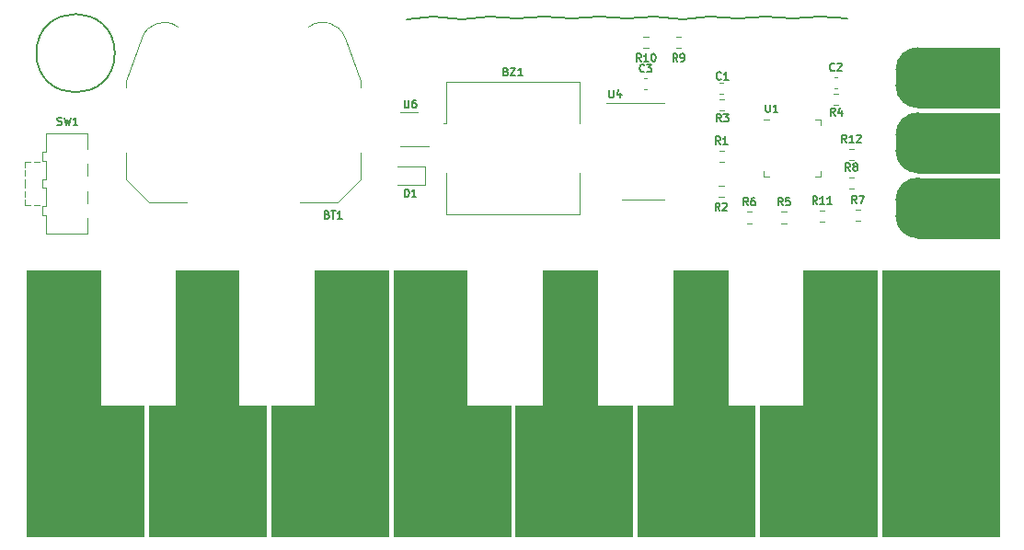
<source format=gbr>
%TF.GenerationSoftware,KiCad,Pcbnew,(5.99.0-10155-gdd944794ea)*%
%TF.CreationDate,2021-04-17T22:56:48+01:00*%
%TF.ProjectId,minor-cap,6d696e6f-722d-4636-9170-2e6b69636164,rev?*%
%TF.SameCoordinates,Original*%
%TF.FileFunction,Legend,Top*%
%TF.FilePolarity,Positive*%
%FSLAX46Y46*%
G04 Gerber Fmt 4.6, Leading zero omitted, Abs format (unit mm)*
G04 Created by KiCad (PCBNEW (5.99.0-10155-gdd944794ea)) date 2021-04-17 22:56:48*
%MOMM*%
%LPD*%
G01*
G04 APERTURE LIST*
%ADD10C,0.150000*%
%ADD11C,0.120000*%
%ADD12C,2.060000*%
G04 APERTURE END LIST*
D10*
X111805551Y-90600000D02*
G75*
G03*
X111805551Y-90600000I-3605551J0D01*
G01*
X176750000Y-87200000D02*
X179250000Y-87400000D01*
X174150000Y-87400000D02*
X176750000Y-87200000D01*
X171650000Y-87200000D02*
X174150000Y-87400000D01*
X169150000Y-87400000D02*
X171650000Y-87200000D01*
X166550000Y-87200000D02*
X169150000Y-87400000D01*
X164050000Y-87500000D02*
X166550000Y-87200000D01*
X161450000Y-87200000D02*
X164050000Y-87500000D01*
X158950000Y-87400000D02*
X161450000Y-87200000D01*
X156450000Y-87200000D02*
X158950000Y-87400000D01*
X153850000Y-87400000D02*
X156450000Y-87200000D01*
X151350000Y-87200000D02*
X153850000Y-87400000D01*
X148750000Y-87400000D02*
X151350000Y-87200000D01*
X146250000Y-87200000D02*
X148750000Y-87400000D01*
X143750000Y-87500000D02*
X146250000Y-87200000D01*
X141150000Y-87200000D02*
X143750000Y-87500000D01*
X138650000Y-87500000D02*
X141150000Y-87200000D01*
%TO.C,D1*%
X138483333Y-103816666D02*
X138483333Y-103116666D01*
X138650000Y-103116666D01*
X138750000Y-103150000D01*
X138816666Y-103216666D01*
X138850000Y-103283333D01*
X138883333Y-103416666D01*
X138883333Y-103516666D01*
X138850000Y-103650000D01*
X138816666Y-103716666D01*
X138750000Y-103783333D01*
X138650000Y-103816666D01*
X138483333Y-103816666D01*
X139550000Y-103816666D02*
X139150000Y-103816666D01*
X139350000Y-103816666D02*
X139350000Y-103116666D01*
X139283333Y-103216666D01*
X139216666Y-103283333D01*
X139150000Y-103316666D01*
%TO.C,R12*%
X179150000Y-98816666D02*
X178916666Y-98483333D01*
X178750000Y-98816666D02*
X178750000Y-98116666D01*
X179016666Y-98116666D01*
X179083333Y-98150000D01*
X179116666Y-98183333D01*
X179150000Y-98250000D01*
X179150000Y-98350000D01*
X179116666Y-98416666D01*
X179083333Y-98450000D01*
X179016666Y-98483333D01*
X178750000Y-98483333D01*
X179816666Y-98816666D02*
X179416666Y-98816666D01*
X179616666Y-98816666D02*
X179616666Y-98116666D01*
X179550000Y-98216666D01*
X179483333Y-98283333D01*
X179416666Y-98316666D01*
X180083333Y-98183333D02*
X180116666Y-98150000D01*
X180183333Y-98116666D01*
X180350000Y-98116666D01*
X180416666Y-98150000D01*
X180450000Y-98183333D01*
X180483333Y-98250000D01*
X180483333Y-98316666D01*
X180450000Y-98416666D01*
X180050000Y-98816666D01*
X180483333Y-98816666D01*
%TO.C,R11*%
X176450000Y-104466666D02*
X176216666Y-104133333D01*
X176050000Y-104466666D02*
X176050000Y-103766666D01*
X176316666Y-103766666D01*
X176383333Y-103800000D01*
X176416666Y-103833333D01*
X176450000Y-103900000D01*
X176450000Y-104000000D01*
X176416666Y-104066666D01*
X176383333Y-104100000D01*
X176316666Y-104133333D01*
X176050000Y-104133333D01*
X177116666Y-104466666D02*
X176716666Y-104466666D01*
X176916666Y-104466666D02*
X176916666Y-103766666D01*
X176850000Y-103866666D01*
X176783333Y-103933333D01*
X176716666Y-103966666D01*
X177783333Y-104466666D02*
X177383333Y-104466666D01*
X177583333Y-104466666D02*
X177583333Y-103766666D01*
X177516666Y-103866666D01*
X177450000Y-103933333D01*
X177383333Y-103966666D01*
%TO.C,R10*%
X160250000Y-91346666D02*
X160016666Y-91013333D01*
X159850000Y-91346666D02*
X159850000Y-90646666D01*
X160116666Y-90646666D01*
X160183333Y-90680000D01*
X160216666Y-90713333D01*
X160250000Y-90780000D01*
X160250000Y-90880000D01*
X160216666Y-90946666D01*
X160183333Y-90980000D01*
X160116666Y-91013333D01*
X159850000Y-91013333D01*
X160916666Y-91346666D02*
X160516666Y-91346666D01*
X160716666Y-91346666D02*
X160716666Y-90646666D01*
X160650000Y-90746666D01*
X160583333Y-90813333D01*
X160516666Y-90846666D01*
X161350000Y-90646666D02*
X161416666Y-90646666D01*
X161483333Y-90680000D01*
X161516666Y-90713333D01*
X161550000Y-90780000D01*
X161583333Y-90913333D01*
X161583333Y-91080000D01*
X161550000Y-91213333D01*
X161516666Y-91280000D01*
X161483333Y-91313333D01*
X161416666Y-91346666D01*
X161350000Y-91346666D01*
X161283333Y-91313333D01*
X161250000Y-91280000D01*
X161216666Y-91213333D01*
X161183333Y-91080000D01*
X161183333Y-90913333D01*
X161216666Y-90780000D01*
X161250000Y-90713333D01*
X161283333Y-90680000D01*
X161350000Y-90646666D01*
%TO.C,R9*%
X163583333Y-91346666D02*
X163350000Y-91013333D01*
X163183333Y-91346666D02*
X163183333Y-90646666D01*
X163450000Y-90646666D01*
X163516666Y-90680000D01*
X163550000Y-90713333D01*
X163583333Y-90780000D01*
X163583333Y-90880000D01*
X163550000Y-90946666D01*
X163516666Y-90980000D01*
X163450000Y-91013333D01*
X163183333Y-91013333D01*
X163916666Y-91346666D02*
X164050000Y-91346666D01*
X164116666Y-91313333D01*
X164150000Y-91280000D01*
X164216666Y-91180000D01*
X164250000Y-91046666D01*
X164250000Y-90780000D01*
X164216666Y-90713333D01*
X164183333Y-90680000D01*
X164116666Y-90646666D01*
X163983333Y-90646666D01*
X163916666Y-90680000D01*
X163883333Y-90713333D01*
X163850000Y-90780000D01*
X163850000Y-90946666D01*
X163883333Y-91013333D01*
X163916666Y-91046666D01*
X163983333Y-91080000D01*
X164116666Y-91080000D01*
X164183333Y-91046666D01*
X164216666Y-91013333D01*
X164250000Y-90946666D01*
%TO.C,R8*%
X179483333Y-101416666D02*
X179250000Y-101083333D01*
X179083333Y-101416666D02*
X179083333Y-100716666D01*
X179350000Y-100716666D01*
X179416666Y-100750000D01*
X179450000Y-100783333D01*
X179483333Y-100850000D01*
X179483333Y-100950000D01*
X179450000Y-101016666D01*
X179416666Y-101050000D01*
X179350000Y-101083333D01*
X179083333Y-101083333D01*
X179883333Y-101016666D02*
X179816666Y-100983333D01*
X179783333Y-100950000D01*
X179750000Y-100883333D01*
X179750000Y-100850000D01*
X179783333Y-100783333D01*
X179816666Y-100750000D01*
X179883333Y-100716666D01*
X180016666Y-100716666D01*
X180083333Y-100750000D01*
X180116666Y-100783333D01*
X180150000Y-100850000D01*
X180150000Y-100883333D01*
X180116666Y-100950000D01*
X180083333Y-100983333D01*
X180016666Y-101016666D01*
X179883333Y-101016666D01*
X179816666Y-101050000D01*
X179783333Y-101083333D01*
X179750000Y-101150000D01*
X179750000Y-101283333D01*
X179783333Y-101350000D01*
X179816666Y-101383333D01*
X179883333Y-101416666D01*
X180016666Y-101416666D01*
X180083333Y-101383333D01*
X180116666Y-101350000D01*
X180150000Y-101283333D01*
X180150000Y-101150000D01*
X180116666Y-101083333D01*
X180083333Y-101050000D01*
X180016666Y-101016666D01*
%TO.C,R7*%
X180083333Y-104416666D02*
X179850000Y-104083333D01*
X179683333Y-104416666D02*
X179683333Y-103716666D01*
X179950000Y-103716666D01*
X180016666Y-103750000D01*
X180050000Y-103783333D01*
X180083333Y-103850000D01*
X180083333Y-103950000D01*
X180050000Y-104016666D01*
X180016666Y-104050000D01*
X179950000Y-104083333D01*
X179683333Y-104083333D01*
X180316666Y-103716666D02*
X180783333Y-103716666D01*
X180483333Y-104416666D01*
%TO.C,R6*%
X170083333Y-104616666D02*
X169850000Y-104283333D01*
X169683333Y-104616666D02*
X169683333Y-103916666D01*
X169950000Y-103916666D01*
X170016666Y-103950000D01*
X170050000Y-103983333D01*
X170083333Y-104050000D01*
X170083333Y-104150000D01*
X170050000Y-104216666D01*
X170016666Y-104250000D01*
X169950000Y-104283333D01*
X169683333Y-104283333D01*
X170683333Y-103916666D02*
X170550000Y-103916666D01*
X170483333Y-103950000D01*
X170450000Y-103983333D01*
X170383333Y-104083333D01*
X170350000Y-104216666D01*
X170350000Y-104483333D01*
X170383333Y-104550000D01*
X170416666Y-104583333D01*
X170483333Y-104616666D01*
X170616666Y-104616666D01*
X170683333Y-104583333D01*
X170716666Y-104550000D01*
X170750000Y-104483333D01*
X170750000Y-104316666D01*
X170716666Y-104250000D01*
X170683333Y-104216666D01*
X170616666Y-104183333D01*
X170483333Y-104183333D01*
X170416666Y-104216666D01*
X170383333Y-104250000D01*
X170350000Y-104316666D01*
%TO.C,R5*%
X173283333Y-104616666D02*
X173050000Y-104283333D01*
X172883333Y-104616666D02*
X172883333Y-103916666D01*
X173150000Y-103916666D01*
X173216666Y-103950000D01*
X173250000Y-103983333D01*
X173283333Y-104050000D01*
X173283333Y-104150000D01*
X173250000Y-104216666D01*
X173216666Y-104250000D01*
X173150000Y-104283333D01*
X172883333Y-104283333D01*
X173916666Y-103916666D02*
X173583333Y-103916666D01*
X173550000Y-104250000D01*
X173583333Y-104216666D01*
X173650000Y-104183333D01*
X173816666Y-104183333D01*
X173883333Y-104216666D01*
X173916666Y-104250000D01*
X173950000Y-104316666D01*
X173950000Y-104483333D01*
X173916666Y-104550000D01*
X173883333Y-104583333D01*
X173816666Y-104616666D01*
X173650000Y-104616666D01*
X173583333Y-104583333D01*
X173550000Y-104550000D01*
%TO.C,R4*%
X178083333Y-96356666D02*
X177850000Y-96023333D01*
X177683333Y-96356666D02*
X177683333Y-95656666D01*
X177950000Y-95656666D01*
X178016666Y-95690000D01*
X178050000Y-95723333D01*
X178083333Y-95790000D01*
X178083333Y-95890000D01*
X178050000Y-95956666D01*
X178016666Y-95990000D01*
X177950000Y-96023333D01*
X177683333Y-96023333D01*
X178683333Y-95890000D02*
X178683333Y-96356666D01*
X178516666Y-95623333D02*
X178350000Y-96123333D01*
X178783333Y-96123333D01*
%TO.C,R3*%
X167593333Y-96916666D02*
X167360000Y-96583333D01*
X167193333Y-96916666D02*
X167193333Y-96216666D01*
X167460000Y-96216666D01*
X167526666Y-96250000D01*
X167560000Y-96283333D01*
X167593333Y-96350000D01*
X167593333Y-96450000D01*
X167560000Y-96516666D01*
X167526666Y-96550000D01*
X167460000Y-96583333D01*
X167193333Y-96583333D01*
X167826666Y-96216666D02*
X168260000Y-96216666D01*
X168026666Y-96483333D01*
X168126666Y-96483333D01*
X168193333Y-96516666D01*
X168226666Y-96550000D01*
X168260000Y-96616666D01*
X168260000Y-96783333D01*
X168226666Y-96850000D01*
X168193333Y-96883333D01*
X168126666Y-96916666D01*
X167926666Y-96916666D01*
X167860000Y-96883333D01*
X167826666Y-96850000D01*
%TO.C,R2*%
X167483333Y-105076666D02*
X167250000Y-104743333D01*
X167083333Y-105076666D02*
X167083333Y-104376666D01*
X167350000Y-104376666D01*
X167416666Y-104410000D01*
X167450000Y-104443333D01*
X167483333Y-104510000D01*
X167483333Y-104610000D01*
X167450000Y-104676666D01*
X167416666Y-104710000D01*
X167350000Y-104743333D01*
X167083333Y-104743333D01*
X167750000Y-104443333D02*
X167783333Y-104410000D01*
X167850000Y-104376666D01*
X168016666Y-104376666D01*
X168083333Y-104410000D01*
X168116666Y-104443333D01*
X168150000Y-104510000D01*
X168150000Y-104576666D01*
X168116666Y-104676666D01*
X167716666Y-105076666D01*
X168150000Y-105076666D01*
%TO.C,R1*%
X167533333Y-98966666D02*
X167300000Y-98633333D01*
X167133333Y-98966666D02*
X167133333Y-98266666D01*
X167400000Y-98266666D01*
X167466666Y-98300000D01*
X167500000Y-98333333D01*
X167533333Y-98400000D01*
X167533333Y-98500000D01*
X167500000Y-98566666D01*
X167466666Y-98600000D01*
X167400000Y-98633333D01*
X167133333Y-98633333D01*
X168200000Y-98966666D02*
X167800000Y-98966666D01*
X168000000Y-98966666D02*
X168000000Y-98266666D01*
X167933333Y-98366666D01*
X167866666Y-98433333D01*
X167800000Y-98466666D01*
%TO.C,C3*%
X160533333Y-92270000D02*
X160500000Y-92303333D01*
X160400000Y-92336666D01*
X160333333Y-92336666D01*
X160233333Y-92303333D01*
X160166666Y-92236666D01*
X160133333Y-92170000D01*
X160100000Y-92036666D01*
X160100000Y-91936666D01*
X160133333Y-91803333D01*
X160166666Y-91736666D01*
X160233333Y-91670000D01*
X160333333Y-91636666D01*
X160400000Y-91636666D01*
X160500000Y-91670000D01*
X160533333Y-91703333D01*
X160766666Y-91636666D02*
X161200000Y-91636666D01*
X160966666Y-91903333D01*
X161066666Y-91903333D01*
X161133333Y-91936666D01*
X161166666Y-91970000D01*
X161200000Y-92036666D01*
X161200000Y-92203333D01*
X161166666Y-92270000D01*
X161133333Y-92303333D01*
X161066666Y-92336666D01*
X160866666Y-92336666D01*
X160800000Y-92303333D01*
X160766666Y-92270000D01*
%TO.C,C2*%
X178033333Y-92150000D02*
X178000000Y-92183333D01*
X177900000Y-92216666D01*
X177833333Y-92216666D01*
X177733333Y-92183333D01*
X177666666Y-92116666D01*
X177633333Y-92050000D01*
X177600000Y-91916666D01*
X177600000Y-91816666D01*
X177633333Y-91683333D01*
X177666666Y-91616666D01*
X177733333Y-91550000D01*
X177833333Y-91516666D01*
X177900000Y-91516666D01*
X178000000Y-91550000D01*
X178033333Y-91583333D01*
X178300000Y-91583333D02*
X178333333Y-91550000D01*
X178400000Y-91516666D01*
X178566666Y-91516666D01*
X178633333Y-91550000D01*
X178666666Y-91583333D01*
X178700000Y-91650000D01*
X178700000Y-91716666D01*
X178666666Y-91816666D01*
X178266666Y-92216666D01*
X178700000Y-92216666D01*
%TO.C,C1*%
X167603333Y-92970000D02*
X167570000Y-93003333D01*
X167470000Y-93036666D01*
X167403333Y-93036666D01*
X167303333Y-93003333D01*
X167236666Y-92936666D01*
X167203333Y-92870000D01*
X167170000Y-92736666D01*
X167170000Y-92636666D01*
X167203333Y-92503333D01*
X167236666Y-92436666D01*
X167303333Y-92370000D01*
X167403333Y-92336666D01*
X167470000Y-92336666D01*
X167570000Y-92370000D01*
X167603333Y-92403333D01*
X168270000Y-93036666D02*
X167870000Y-93036666D01*
X168070000Y-93036666D02*
X168070000Y-92336666D01*
X168003333Y-92436666D01*
X167936666Y-92503333D01*
X167870000Y-92536666D01*
%TO.C,BZ1*%
X147833333Y-92300000D02*
X147933333Y-92333333D01*
X147966666Y-92366666D01*
X148000000Y-92433333D01*
X148000000Y-92533333D01*
X147966666Y-92600000D01*
X147933333Y-92633333D01*
X147866666Y-92666666D01*
X147600000Y-92666666D01*
X147600000Y-91966666D01*
X147833333Y-91966666D01*
X147900000Y-92000000D01*
X147933333Y-92033333D01*
X147966666Y-92100000D01*
X147966666Y-92166666D01*
X147933333Y-92233333D01*
X147900000Y-92266666D01*
X147833333Y-92300000D01*
X147600000Y-92300000D01*
X148233333Y-91966666D02*
X148700000Y-91966666D01*
X148233333Y-92666666D01*
X148700000Y-92666666D01*
X149333333Y-92666666D02*
X148933333Y-92666666D01*
X149133333Y-92666666D02*
X149133333Y-91966666D01*
X149066666Y-92066666D01*
X149000000Y-92133333D01*
X148933333Y-92166666D01*
%TO.C,U6*%
X138466666Y-94916666D02*
X138466666Y-95483333D01*
X138500000Y-95550000D01*
X138533333Y-95583333D01*
X138600000Y-95616666D01*
X138733333Y-95616666D01*
X138800000Y-95583333D01*
X138833333Y-95550000D01*
X138866666Y-95483333D01*
X138866666Y-94916666D01*
X139500000Y-94916666D02*
X139366666Y-94916666D01*
X139300000Y-94950000D01*
X139266666Y-94983333D01*
X139200000Y-95083333D01*
X139166666Y-95216666D01*
X139166666Y-95483333D01*
X139200000Y-95550000D01*
X139233333Y-95583333D01*
X139300000Y-95616666D01*
X139433333Y-95616666D01*
X139500000Y-95583333D01*
X139533333Y-95550000D01*
X139566666Y-95483333D01*
X139566666Y-95316666D01*
X139533333Y-95250000D01*
X139500000Y-95216666D01*
X139433333Y-95183333D01*
X139300000Y-95183333D01*
X139233333Y-95216666D01*
X139200000Y-95250000D01*
X139166666Y-95316666D01*
%TO.C,U4*%
X157316666Y-93986666D02*
X157316666Y-94553333D01*
X157350000Y-94620000D01*
X157383333Y-94653333D01*
X157450000Y-94686666D01*
X157583333Y-94686666D01*
X157650000Y-94653333D01*
X157683333Y-94620000D01*
X157716666Y-94553333D01*
X157716666Y-93986666D01*
X158350000Y-94220000D02*
X158350000Y-94686666D01*
X158183333Y-93953333D02*
X158016666Y-94453333D01*
X158450000Y-94453333D01*
%TO.C,U1*%
X171716666Y-95316666D02*
X171716666Y-95883333D01*
X171750000Y-95950000D01*
X171783333Y-95983333D01*
X171850000Y-96016666D01*
X171983333Y-96016666D01*
X172050000Y-95983333D01*
X172083333Y-95950000D01*
X172116666Y-95883333D01*
X172116666Y-95316666D01*
X172816666Y-96016666D02*
X172416666Y-96016666D01*
X172616666Y-96016666D02*
X172616666Y-95316666D01*
X172550000Y-95416666D01*
X172483333Y-95483333D01*
X172416666Y-95516666D01*
%TO.C,SW1*%
X106516666Y-97183333D02*
X106616666Y-97216666D01*
X106783333Y-97216666D01*
X106850000Y-97183333D01*
X106883333Y-97150000D01*
X106916666Y-97083333D01*
X106916666Y-97016666D01*
X106883333Y-96950000D01*
X106850000Y-96916666D01*
X106783333Y-96883333D01*
X106650000Y-96850000D01*
X106583333Y-96816666D01*
X106550000Y-96783333D01*
X106516666Y-96716666D01*
X106516666Y-96650000D01*
X106550000Y-96583333D01*
X106583333Y-96550000D01*
X106650000Y-96516666D01*
X106816666Y-96516666D01*
X106916666Y-96550000D01*
X107150000Y-96516666D02*
X107316666Y-97216666D01*
X107450000Y-96716666D01*
X107583333Y-97216666D01*
X107750000Y-96516666D01*
X108383333Y-97216666D02*
X107983333Y-97216666D01*
X108183333Y-97216666D02*
X108183333Y-96516666D01*
X108116666Y-96616666D01*
X108050000Y-96683333D01*
X107983333Y-96716666D01*
%TO.C,BT1*%
X131350000Y-105450000D02*
X131450000Y-105483333D01*
X131483333Y-105516666D01*
X131516666Y-105583333D01*
X131516666Y-105683333D01*
X131483333Y-105750000D01*
X131450000Y-105783333D01*
X131383333Y-105816666D01*
X131116666Y-105816666D01*
X131116666Y-105116666D01*
X131350000Y-105116666D01*
X131416666Y-105150000D01*
X131450000Y-105183333D01*
X131483333Y-105250000D01*
X131483333Y-105316666D01*
X131450000Y-105383333D01*
X131416666Y-105416666D01*
X131350000Y-105450000D01*
X131116666Y-105450000D01*
X131716666Y-105116666D02*
X132116666Y-105116666D01*
X131916666Y-105816666D02*
X131916666Y-105116666D01*
X132716666Y-105816666D02*
X132316666Y-105816666D01*
X132516666Y-105816666D02*
X132516666Y-105116666D01*
X132450000Y-105216666D01*
X132383333Y-105283333D01*
X132316666Y-105316666D01*
D11*
%TO.C,U2*%
X123200000Y-123070000D02*
X125700000Y-123070000D01*
X125700000Y-123070000D02*
X125700000Y-135070000D01*
X125700000Y-135070000D02*
X114950000Y-135070000D01*
X114950000Y-135070000D02*
X114950000Y-123070000D01*
X114950000Y-123070000D02*
X117450000Y-123070000D01*
X117450000Y-123070000D02*
X117450000Y-110570000D01*
X117450000Y-110570000D02*
X123200000Y-110570000D01*
X123200000Y-110570000D02*
X123200000Y-123070000D01*
G36*
X123200000Y-123070000D02*
G01*
X125700000Y-123070000D01*
X125700000Y-135070000D01*
X114950000Y-135070000D01*
X114950000Y-123070000D01*
X117450000Y-123070000D01*
X117450000Y-110570000D01*
X123200000Y-110570000D01*
X123200000Y-123070000D01*
G37*
X123200000Y-123070000D02*
X125700000Y-123070000D01*
X125700000Y-135070000D01*
X114950000Y-135070000D01*
X114950000Y-123070000D01*
X117450000Y-123070000D01*
X117450000Y-110570000D01*
X123200000Y-110570000D01*
X123200000Y-123070000D01*
X144200000Y-123070000D02*
X148200000Y-123070000D01*
X148200000Y-123070000D02*
X148200000Y-135070000D01*
X148200000Y-135070000D02*
X137450000Y-135070000D01*
X137450000Y-135070000D02*
X137450000Y-110570000D01*
X137450000Y-110570000D02*
X144200000Y-110570000D01*
X144200000Y-110570000D02*
X144200000Y-123070000D01*
G36*
X144200000Y-123070000D02*
G01*
X148200000Y-123070000D01*
X148200000Y-135070000D01*
X137450000Y-135070000D01*
X137450000Y-110570000D01*
X144200000Y-110570000D01*
X144200000Y-123070000D01*
G37*
X144200000Y-123070000D02*
X148200000Y-123070000D01*
X148200000Y-135070000D01*
X137450000Y-135070000D01*
X137450000Y-110570000D01*
X144200000Y-110570000D01*
X144200000Y-123070000D01*
X193200000Y-135070000D02*
X182450000Y-135070000D01*
X182450000Y-135070000D02*
X182450000Y-110570000D01*
X182450000Y-110570000D02*
X193200000Y-110570000D01*
X193200000Y-110570000D02*
X193200000Y-135070000D01*
G36*
X193200000Y-135070000D02*
G01*
X182450000Y-135070000D01*
X182450000Y-110570000D01*
X193200000Y-110570000D01*
X193200000Y-135070000D01*
G37*
X193200000Y-135070000D02*
X182450000Y-135070000D01*
X182450000Y-110570000D01*
X193200000Y-110570000D01*
X193200000Y-135070000D01*
X156200000Y-123070000D02*
X159450000Y-123070000D01*
X159450000Y-123070000D02*
X159450000Y-135070000D01*
X159450000Y-135070000D02*
X148700000Y-135070000D01*
X148700000Y-135070000D02*
X148700000Y-123070000D01*
X148700000Y-123070000D02*
X151200000Y-123070000D01*
X151200000Y-123070000D02*
X151200000Y-110570000D01*
X151200000Y-110570000D02*
X156200000Y-110570000D01*
X156200000Y-110570000D02*
X156200000Y-123070000D01*
G36*
X156200000Y-123070000D02*
G01*
X159450000Y-123070000D01*
X159450000Y-135070000D01*
X148700000Y-135070000D01*
X148700000Y-123070000D01*
X151200000Y-123070000D01*
X151200000Y-110570000D01*
X156200000Y-110570000D01*
X156200000Y-123070000D01*
G37*
X156200000Y-123070000D02*
X159450000Y-123070000D01*
X159450000Y-135070000D01*
X148700000Y-135070000D01*
X148700000Y-123070000D01*
X151200000Y-123070000D01*
X151200000Y-110570000D01*
X156200000Y-110570000D01*
X156200000Y-123070000D01*
X110450000Y-123070000D02*
X114450000Y-123070000D01*
X114450000Y-123070000D02*
X114450000Y-135070000D01*
X114450000Y-135070000D02*
X103700000Y-135070000D01*
X103700000Y-135070000D02*
X103700000Y-110570000D01*
X103700000Y-110570000D02*
X110450000Y-110570000D01*
X110450000Y-110570000D02*
X110450000Y-123070000D01*
G36*
X110450000Y-123070000D02*
G01*
X114450000Y-123070000D01*
X114450000Y-135070000D01*
X103700000Y-135070000D01*
X103700000Y-110570000D01*
X110450000Y-110570000D01*
X110450000Y-123070000D01*
G37*
X110450000Y-123070000D02*
X114450000Y-123070000D01*
X114450000Y-135070000D01*
X103700000Y-135070000D01*
X103700000Y-110570000D01*
X110450000Y-110570000D01*
X110450000Y-123070000D01*
X181950000Y-135070000D02*
X171200000Y-135070000D01*
X171200000Y-135070000D02*
X171200000Y-123070000D01*
X171200000Y-123070000D02*
X175200000Y-123070000D01*
X175200000Y-123070000D02*
X175200000Y-110570000D01*
X175200000Y-110570000D02*
X181950000Y-110570000D01*
X181950000Y-110570000D02*
X181950000Y-135070000D01*
G36*
X181950000Y-135070000D02*
G01*
X171200000Y-135070000D01*
X171200000Y-123070000D01*
X175200000Y-123070000D01*
X175200000Y-110570000D01*
X181950000Y-110570000D01*
X181950000Y-135070000D01*
G37*
X181950000Y-135070000D02*
X171200000Y-135070000D01*
X171200000Y-123070000D01*
X175200000Y-123070000D01*
X175200000Y-110570000D01*
X181950000Y-110570000D01*
X181950000Y-135070000D01*
X136950000Y-135070000D02*
X126200000Y-135070000D01*
X126200000Y-135070000D02*
X126200000Y-123070000D01*
X126200000Y-123070000D02*
X130200000Y-123070000D01*
X130200000Y-123070000D02*
X130200000Y-110570000D01*
X130200000Y-110570000D02*
X136950000Y-110570000D01*
X136950000Y-110570000D02*
X136950000Y-135070000D01*
G36*
X136950000Y-135070000D02*
G01*
X126200000Y-135070000D01*
X126200000Y-123070000D01*
X130200000Y-123070000D01*
X130200000Y-110570000D01*
X136950000Y-110570000D01*
X136950000Y-135070000D01*
G37*
X136950000Y-135070000D02*
X126200000Y-135070000D01*
X126200000Y-123070000D01*
X130200000Y-123070000D01*
X130200000Y-110570000D01*
X136950000Y-110570000D01*
X136950000Y-135070000D01*
X168200000Y-123070000D02*
X170700000Y-123070000D01*
X170700000Y-123070000D02*
X170700000Y-135070000D01*
X170700000Y-135070000D02*
X159950000Y-135070000D01*
X159950000Y-135070000D02*
X159950000Y-123070000D01*
X159950000Y-123070000D02*
X163200000Y-123070000D01*
X163200000Y-123070000D02*
X163200000Y-110570000D01*
X163200000Y-110570000D02*
X168200000Y-110570000D01*
X168200000Y-110570000D02*
X168200000Y-123070000D01*
G36*
X168200000Y-123070000D02*
G01*
X170700000Y-123070000D01*
X170700000Y-135070000D01*
X159950000Y-135070000D01*
X159950000Y-123070000D01*
X163200000Y-123070000D01*
X163200000Y-110570000D01*
X168200000Y-110570000D01*
X168200000Y-123070000D01*
G37*
X168200000Y-123070000D02*
X170700000Y-123070000D01*
X170700000Y-135070000D01*
X159950000Y-135070000D01*
X159950000Y-123070000D01*
X163200000Y-123070000D01*
X163200000Y-110570000D01*
X168200000Y-110570000D01*
X168200000Y-123070000D01*
%TO.C,U3*%
X193200000Y-107600000D02*
X185700000Y-107600000D01*
X185700000Y-107600000D02*
X185700000Y-105600000D01*
X185700000Y-105600000D02*
X183700000Y-105600000D01*
X183700000Y-105600000D02*
X183700000Y-104100000D01*
X183700000Y-104100000D02*
X185700000Y-104100000D01*
X185700000Y-104100000D02*
X185700000Y-102100000D01*
X185700000Y-102100000D02*
X193200000Y-102100000D01*
X193200000Y-102100000D02*
X193200000Y-107600000D01*
G36*
X193200000Y-107600000D02*
G01*
X185700000Y-107600000D01*
X185700000Y-105600000D01*
X183700000Y-105600000D01*
X183700000Y-104100000D01*
X185700000Y-104100000D01*
X185700000Y-102100000D01*
X193200000Y-102100000D01*
X193200000Y-107600000D01*
G37*
X193200000Y-107600000D02*
X185700000Y-107600000D01*
X185700000Y-105600000D01*
X183700000Y-105600000D01*
X183700000Y-104100000D01*
X185700000Y-104100000D01*
X185700000Y-102100000D01*
X193200000Y-102100000D01*
X193200000Y-107600000D01*
X193200000Y-95600000D02*
X185700000Y-95600000D01*
X185700000Y-95600000D02*
X185700000Y-93600000D01*
X185700000Y-93600000D02*
X183700000Y-93600000D01*
X183700000Y-93600000D02*
X183700000Y-92100000D01*
X183700000Y-92100000D02*
X185700000Y-92100000D01*
X185700000Y-92100000D02*
X185700000Y-90100000D01*
X185700000Y-90100000D02*
X193200000Y-90100000D01*
X193200000Y-90100000D02*
X193200000Y-95600000D01*
G36*
X193200000Y-95600000D02*
G01*
X185700000Y-95600000D01*
X185700000Y-93600000D01*
X183700000Y-93600000D01*
X183700000Y-92100000D01*
X185700000Y-92100000D01*
X185700000Y-90100000D01*
X193200000Y-90100000D01*
X193200000Y-95600000D01*
G37*
X193200000Y-95600000D02*
X185700000Y-95600000D01*
X185700000Y-93600000D01*
X183700000Y-93600000D01*
X183700000Y-92100000D01*
X185700000Y-92100000D01*
X185700000Y-90100000D01*
X193200000Y-90100000D01*
X193200000Y-95600000D01*
X193200000Y-101600000D02*
X185700000Y-101600000D01*
X185700000Y-101600000D02*
X185700000Y-99600000D01*
X185700000Y-99600000D02*
X183700000Y-99600000D01*
X183700000Y-99600000D02*
X183700000Y-98100000D01*
X183700000Y-98100000D02*
X185700000Y-98100000D01*
X185700000Y-98100000D02*
X185700000Y-96100000D01*
X185700000Y-96100000D02*
X193200000Y-96100000D01*
X193200000Y-96100000D02*
X193200000Y-101600000D01*
G36*
X193200000Y-101600000D02*
G01*
X185700000Y-101600000D01*
X185700000Y-99600000D01*
X183700000Y-99600000D01*
X183700000Y-98100000D01*
X185700000Y-98100000D01*
X185700000Y-96100000D01*
X193200000Y-96100000D01*
X193200000Y-101600000D01*
G37*
X193200000Y-101600000D02*
X185700000Y-101600000D01*
X185700000Y-99600000D01*
X183700000Y-99600000D01*
X183700000Y-98100000D01*
X185700000Y-98100000D01*
X185700000Y-96100000D01*
X193200000Y-96100000D01*
X193200000Y-101600000D01*
X185700000Y-93600000D02*
G75*
G03*
X185700000Y-93600000I0J0D01*
G01*
D12*
X186730000Y-105600000D02*
G75*
G03*
X186730000Y-105600000I-1030000J0D01*
G01*
D11*
X185700000Y-92100000D02*
G75*
G03*
X185700000Y-92100000I0J0D01*
G01*
D12*
X186730000Y-104100000D02*
G75*
G03*
X186730000Y-104100000I-1030000J0D01*
G01*
X186730000Y-92100000D02*
G75*
G03*
X186730000Y-92100000I-1030000J0D01*
G01*
X186730000Y-93600000D02*
G75*
G03*
X186730000Y-93600000I-1030000J0D01*
G01*
X186730000Y-98100000D02*
G75*
G03*
X186730000Y-98100000I-1030000J0D01*
G01*
X186730000Y-99600000D02*
G75*
G03*
X186730000Y-99600000I-1030000J0D01*
G01*
D11*
%TO.C,D1*%
X140350000Y-102700000D02*
X137800000Y-102700000D01*
X140350000Y-101000000D02*
X137800000Y-101000000D01*
X140350000Y-102700000D02*
X140350000Y-101000000D01*
%TO.C,R12*%
X179362742Y-100452500D02*
X179837258Y-100452500D01*
X179362742Y-99407500D02*
X179837258Y-99407500D01*
%TO.C,R11*%
X176662742Y-106102500D02*
X177137258Y-106102500D01*
X176662742Y-105057500D02*
X177137258Y-105057500D01*
%TO.C,R10*%
X160937258Y-89077500D02*
X160462742Y-89077500D01*
X160937258Y-90122500D02*
X160462742Y-90122500D01*
%TO.C,R9*%
X163937258Y-89077500D02*
X163462742Y-89077500D01*
X163937258Y-90122500D02*
X163462742Y-90122500D01*
%TO.C,R8*%
X179362742Y-103052500D02*
X179837258Y-103052500D01*
X179362742Y-102007500D02*
X179837258Y-102007500D01*
%TO.C,R7*%
X179962742Y-106052500D02*
X180437258Y-106052500D01*
X179962742Y-105007500D02*
X180437258Y-105007500D01*
%TO.C,R6*%
X169962742Y-106252500D02*
X170437258Y-106252500D01*
X169962742Y-105207500D02*
X170437258Y-105207500D01*
%TO.C,R5*%
X173162742Y-106252500D02*
X173637258Y-106252500D01*
X173162742Y-105207500D02*
X173637258Y-105207500D01*
%TO.C,R4*%
X177912742Y-95382500D02*
X178387258Y-95382500D01*
X177912742Y-94337500D02*
X178387258Y-94337500D01*
%TO.C,R3*%
X167442742Y-95892500D02*
X167917258Y-95892500D01*
X167442742Y-94847500D02*
X167917258Y-94847500D01*
%TO.C,R2*%
X167837258Y-102807500D02*
X167362742Y-102807500D01*
X167837258Y-103852500D02*
X167362742Y-103852500D01*
%TO.C,R1*%
X167412742Y-100602500D02*
X167887258Y-100602500D01*
X167412742Y-99557500D02*
X167887258Y-99557500D01*
%TO.C,C3*%
X160509420Y-93960000D02*
X160790580Y-93960000D01*
X160509420Y-92940000D02*
X160790580Y-92940000D01*
%TO.C,C2*%
X178009420Y-93840000D02*
X178290580Y-93840000D01*
X178009420Y-92820000D02*
X178290580Y-92820000D01*
%TO.C,C1*%
X167489420Y-94380000D02*
X167770580Y-94380000D01*
X167489420Y-93360000D02*
X167770580Y-93360000D01*
%TO.C,BZ1*%
X142330000Y-97090000D02*
X142030000Y-97090000D01*
X142330000Y-105470000D02*
X142330000Y-101610000D01*
X154570000Y-105470000D02*
X142330000Y-105470000D01*
X154570000Y-101610000D02*
X154570000Y-105470000D01*
X154570000Y-93230000D02*
X154570000Y-97090000D01*
X142330000Y-93230000D02*
X154570000Y-93230000D01*
X142330000Y-97090000D02*
X142330000Y-93230000D01*
%TO.C,U6*%
X138900000Y-99160000D02*
X140700000Y-99160000D01*
X138900000Y-99160000D02*
X138100000Y-99160000D01*
X138900000Y-96040000D02*
X139700000Y-96040000D01*
X138900000Y-96040000D02*
X138100000Y-96040000D01*
%TO.C,U4*%
X160450000Y-95215000D02*
X157000000Y-95215000D01*
X160450000Y-95215000D02*
X162400000Y-95215000D01*
X160450000Y-104085000D02*
X158500000Y-104085000D01*
X160450000Y-104085000D02*
X162400000Y-104085000D01*
%TO.C,U1*%
X172015000Y-96720000D02*
X171540000Y-96720000D01*
X176760000Y-101940000D02*
X176760000Y-101465000D01*
X176285000Y-101940000D02*
X176760000Y-101940000D01*
X171540000Y-101940000D02*
X171540000Y-101465000D01*
X172015000Y-101940000D02*
X171540000Y-101940000D01*
X176760000Y-96720000D02*
X176760000Y-97195000D01*
X176285000Y-96720000D02*
X176760000Y-96720000D01*
%TO.C,SW1*%
X103550000Y-102200000D02*
X103550000Y-102200000D01*
X103550000Y-103000000D02*
X103550000Y-102200000D01*
X103550000Y-103300000D02*
X103550000Y-103300000D01*
X103550000Y-103800000D02*
X103550000Y-103300000D01*
X103550000Y-101900000D02*
X103550000Y-101900000D01*
X103550000Y-101400000D02*
X103550000Y-101900000D01*
X104850000Y-100600000D02*
X104850000Y-100600000D01*
X104350000Y-100600000D02*
X104850000Y-100600000D01*
X104850000Y-104600000D02*
X104850000Y-104600000D01*
X104350000Y-104600000D02*
X104850000Y-104600000D01*
X104050000Y-104600000D02*
X104050000Y-104600000D01*
X103550000Y-104600000D02*
X104050000Y-104600000D01*
X103550000Y-104100000D02*
X103550000Y-104100000D01*
X103550000Y-104600000D02*
X103550000Y-104100000D01*
X103550000Y-101100000D02*
X103550000Y-101100000D01*
X103550000Y-100600000D02*
X103550000Y-101100000D01*
X104050000Y-100600000D02*
X104050000Y-100600000D01*
X103550000Y-100600000D02*
X104050000Y-100600000D01*
X105450000Y-98000000D02*
X105450000Y-98000000D01*
X105450000Y-99700000D02*
X105450000Y-98000000D01*
X105150000Y-99700000D02*
X105450000Y-99700000D01*
X105150000Y-100500000D02*
X105150000Y-99700000D01*
X105450000Y-100500000D02*
X105150000Y-100500000D01*
X105450000Y-102200000D02*
X105450000Y-100500000D01*
X105150000Y-102200000D02*
X105450000Y-102200000D01*
X105150000Y-103000000D02*
X105150000Y-102200000D01*
X105450000Y-103000000D02*
X105150000Y-103000000D01*
X105450000Y-104700000D02*
X105450000Y-103000000D01*
X105150000Y-104700000D02*
X105450000Y-104700000D01*
X105150000Y-105500000D02*
X105150000Y-104700000D01*
X105450000Y-105500000D02*
X105150000Y-105500000D01*
X105450000Y-107200000D02*
X105450000Y-105500000D01*
X109250000Y-100800000D02*
X109250000Y-100800000D01*
X109250000Y-101900000D02*
X109250000Y-100800000D01*
X109250000Y-103300000D02*
X109250000Y-103300000D01*
X109250000Y-104400000D02*
X109250000Y-103300000D01*
X109250000Y-98000000D02*
X109250000Y-99400000D01*
X105450000Y-98000000D02*
X109250000Y-98000000D01*
X109250000Y-107200000D02*
X105450000Y-107200000D01*
X109250000Y-105800000D02*
X109250000Y-107200000D01*
%TO.C,BT1*%
X114950000Y-104290000D02*
X118450000Y-104290000D01*
X112870000Y-93750000D02*
X112870000Y-93120000D01*
X112870000Y-102210000D02*
X112870000Y-99750000D01*
X134430000Y-93750000D02*
X134430000Y-93120000D01*
X134430000Y-102210000D02*
X134430000Y-99750000D01*
X114324756Y-89161831D02*
G75*
G02*
X117650000Y-88200000I2015244J-738169D01*
G01*
X112870000Y-93120000D02*
X114310000Y-89170000D01*
X114950000Y-104290000D02*
X112870000Y-102210000D01*
X128850000Y-104290000D02*
X132350000Y-104290000D01*
X132350000Y-104290000D02*
X134430000Y-102210000D01*
X134430000Y-93120000D02*
X132990000Y-89170000D01*
X129653354Y-88183470D02*
G75*
G02*
X132990000Y-89170000I1306646J-1716530D01*
G01*
%TD*%
M02*

</source>
